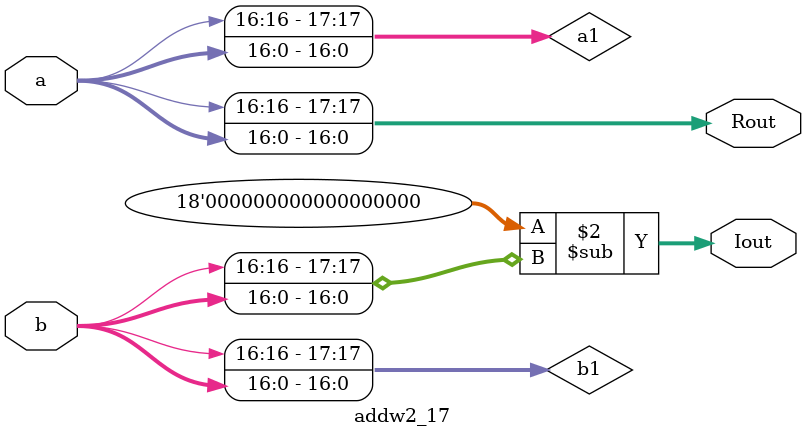
<source format=v>
`timescale 1ns / 1ps

module addw2_17(a,b,Rout,Iout); 
input[16:0] a,b; 
output[17:0] Rout,Iout; 
reg[17:0] Rout,Iout; 
wire[17:0] a1={a[16],a[16:0]}; 
wire[17:0] b1={b[16],b[16:0]}; 
always @(a1 or b1) 
begin 
 Rout = a1; 
 Iout = 18'b0-b1; 
end 
endmodule

</source>
